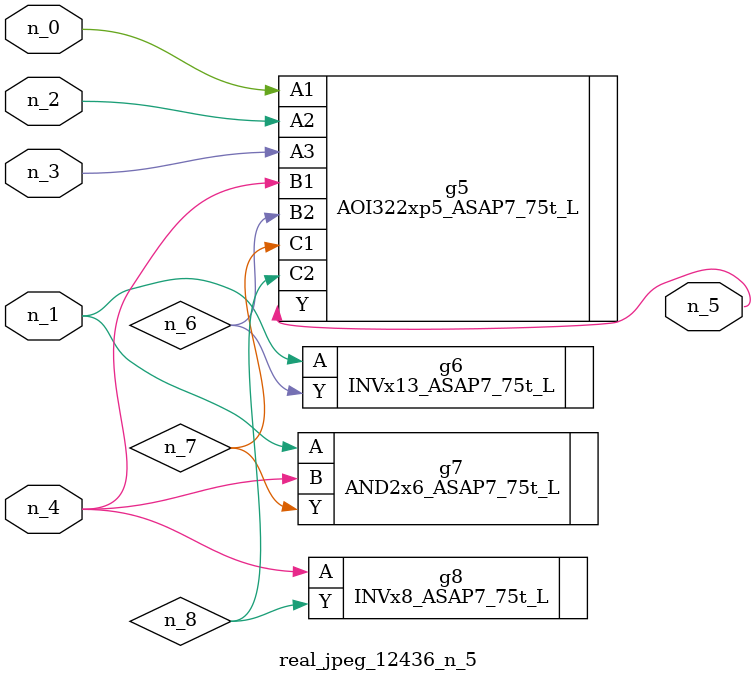
<source format=v>
module real_jpeg_12436_n_5 (n_4, n_0, n_1, n_2, n_3, n_5);

input n_4;
input n_0;
input n_1;
input n_2;
input n_3;

output n_5;

wire n_8;
wire n_6;
wire n_7;

AOI322xp5_ASAP7_75t_L g5 ( 
.A1(n_0),
.A2(n_2),
.A3(n_3),
.B1(n_4),
.B2(n_6),
.C1(n_7),
.C2(n_8),
.Y(n_5)
);

INVx13_ASAP7_75t_L g6 ( 
.A(n_1),
.Y(n_6)
);

AND2x6_ASAP7_75t_L g7 ( 
.A(n_1),
.B(n_4),
.Y(n_7)
);

INVx8_ASAP7_75t_L g8 ( 
.A(n_4),
.Y(n_8)
);


endmodule
</source>
